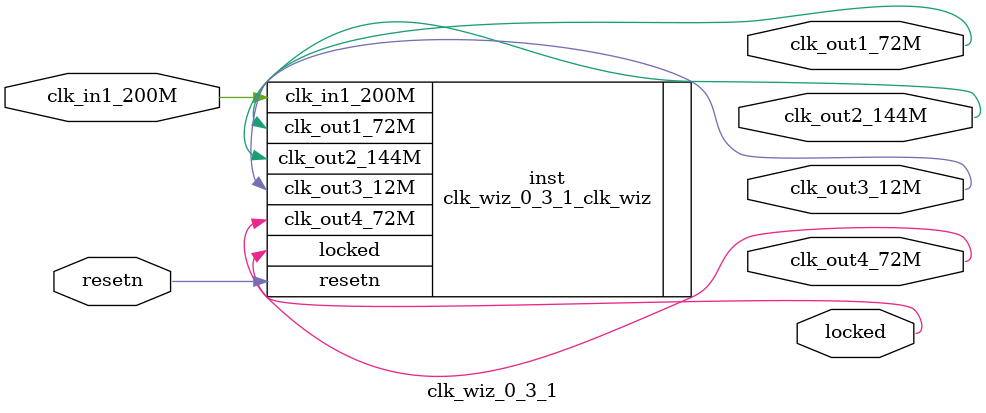
<source format=v>


`timescale 1ps/1ps

(* CORE_GENERATION_INFO = "clk_wiz_0_3_1,clk_wiz_v5_4_3_0,{component_name=clk_wiz_0_3_1,use_phase_alignment=true,use_min_o_jitter=false,use_max_i_jitter=false,use_dyn_phase_shift=false,use_inclk_switchover=false,use_dyn_reconfig=false,enable_axi=0,feedback_source=FDBK_AUTO,PRIMITIVE=PLL,num_out_clk=4,clkin1_period=5.000,clkin2_period=10.0,use_power_down=false,use_reset=true,use_locked=true,use_inclk_stopped=false,feedback_type=SINGLE,CLOCK_MGR_TYPE=NA,manual_override=false}" *)

module clk_wiz_0_3_1 
 (
  // Clock out ports
  output        clk_out1_72M,
  output        clk_out2_144M,
  output        clk_out3_12M,
  output        clk_out4_72M,
  // Status and control signals
  input         resetn,
  output        locked,
 // Clock in ports
  input         clk_in1_200M
 );

  clk_wiz_0_3_1_clk_wiz inst
  (
  // Clock out ports  
  .clk_out1_72M(clk_out1_72M),
  .clk_out2_144M(clk_out2_144M),
  .clk_out3_12M(clk_out3_12M),
  .clk_out4_72M(clk_out4_72M),
  // Status and control signals               
  .resetn(resetn), 
  .locked(locked),
 // Clock in ports
  .clk_in1_200M(clk_in1_200M)
  );

endmodule

</source>
